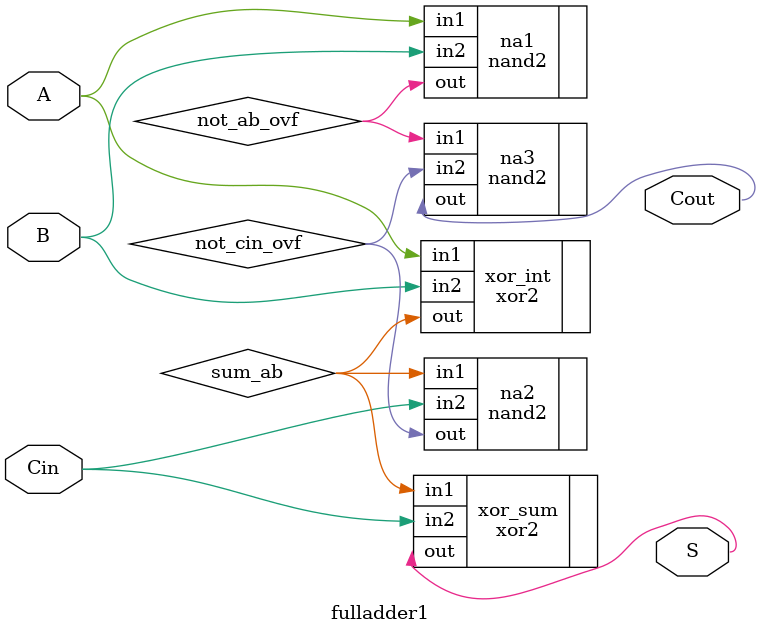
<source format=v>
module fulladder1(
	input wire A,
	input wire B,
	input wire Cin,
	output wire S,
	output wire Cout
);
	wire sum_ab;
	wire not_ab_ovf, not_cin_ovf;

	xor2 xor_int (.in1(A), .in2(B), .out(sum_ab));
	xor2 xor_sum (.in1(sum_ab), .in2(Cin), .out(S));

	// a&b | (a^b)&cin
	nand2 na1 (.in1(A), .in2(B), .out(not_ab_ovf));
	nand2 na2 (.in1(sum_ab), .in2(Cin), .out(not_cin_ovf));
	nand2 na3 (.in1(not_ab_ovf), .in2(not_cin_ovf), .out(Cout));
endmodule

</source>
